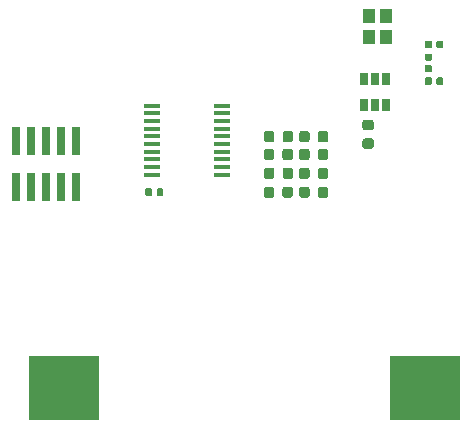
<source format=gbr>
G04 #@! TF.GenerationSoftware,KiCad,Pcbnew,5.1.4-e60b266~84~ubuntu19.04.1*
G04 #@! TF.CreationDate,2019-10-29T11:07:24-05:00*
G04 #@! TF.ProjectId,MillingTest,4d696c6c-696e-4675-9465-73742e6b6963,rev?*
G04 #@! TF.SameCoordinates,Original*
G04 #@! TF.FileFunction,Paste,Top*
G04 #@! TF.FilePolarity,Positive*
%FSLAX46Y46*%
G04 Gerber Fmt 4.6, Leading zero omitted, Abs format (unit mm)*
G04 Created by KiCad (PCBNEW 5.1.4-e60b266~84~ubuntu19.04.1) date 2019-10-29 11:07:24*
%MOMM*%
%LPD*%
G04 APERTURE LIST*
%ADD10C,0.100000*%
%ADD11C,0.875000*%
%ADD12R,1.000000X1.150000*%
%ADD13R,6.000000X5.500000*%
%ADD14R,0.740000X2.400000*%
%ADD15C,0.590000*%
%ADD16R,1.450000X0.450000*%
%ADD17R,0.650000X1.060000*%
G04 APERTURE END LIST*
D10*
G36*
X181365191Y-75026053D02*
G01*
X181386426Y-75029203D01*
X181407250Y-75034419D01*
X181427462Y-75041651D01*
X181446868Y-75050830D01*
X181465281Y-75061866D01*
X181482524Y-75074654D01*
X181498430Y-75089070D01*
X181512846Y-75104976D01*
X181525634Y-75122219D01*
X181536670Y-75140632D01*
X181545849Y-75160038D01*
X181553081Y-75180250D01*
X181558297Y-75201074D01*
X181561447Y-75222309D01*
X181562500Y-75243750D01*
X181562500Y-75756250D01*
X181561447Y-75777691D01*
X181558297Y-75798926D01*
X181553081Y-75819750D01*
X181545849Y-75839962D01*
X181536670Y-75859368D01*
X181525634Y-75877781D01*
X181512846Y-75895024D01*
X181498430Y-75910930D01*
X181482524Y-75925346D01*
X181465281Y-75938134D01*
X181446868Y-75949170D01*
X181427462Y-75958349D01*
X181407250Y-75965581D01*
X181386426Y-75970797D01*
X181365191Y-75973947D01*
X181343750Y-75975000D01*
X180906250Y-75975000D01*
X180884809Y-75973947D01*
X180863574Y-75970797D01*
X180842750Y-75965581D01*
X180822538Y-75958349D01*
X180803132Y-75949170D01*
X180784719Y-75938134D01*
X180767476Y-75925346D01*
X180751570Y-75910930D01*
X180737154Y-75895024D01*
X180724366Y-75877781D01*
X180713330Y-75859368D01*
X180704151Y-75839962D01*
X180696919Y-75819750D01*
X180691703Y-75798926D01*
X180688553Y-75777691D01*
X180687500Y-75756250D01*
X180687500Y-75243750D01*
X180688553Y-75222309D01*
X180691703Y-75201074D01*
X180696919Y-75180250D01*
X180704151Y-75160038D01*
X180713330Y-75140632D01*
X180724366Y-75122219D01*
X180737154Y-75104976D01*
X180751570Y-75089070D01*
X180767476Y-75074654D01*
X180784719Y-75061866D01*
X180803132Y-75050830D01*
X180822538Y-75041651D01*
X180842750Y-75034419D01*
X180863574Y-75029203D01*
X180884809Y-75026053D01*
X180906250Y-75025000D01*
X181343750Y-75025000D01*
X181365191Y-75026053D01*
X181365191Y-75026053D01*
G37*
D11*
X181125000Y-75500000D03*
D10*
G36*
X182940191Y-75026053D02*
G01*
X182961426Y-75029203D01*
X182982250Y-75034419D01*
X183002462Y-75041651D01*
X183021868Y-75050830D01*
X183040281Y-75061866D01*
X183057524Y-75074654D01*
X183073430Y-75089070D01*
X183087846Y-75104976D01*
X183100634Y-75122219D01*
X183111670Y-75140632D01*
X183120849Y-75160038D01*
X183128081Y-75180250D01*
X183133297Y-75201074D01*
X183136447Y-75222309D01*
X183137500Y-75243750D01*
X183137500Y-75756250D01*
X183136447Y-75777691D01*
X183133297Y-75798926D01*
X183128081Y-75819750D01*
X183120849Y-75839962D01*
X183111670Y-75859368D01*
X183100634Y-75877781D01*
X183087846Y-75895024D01*
X183073430Y-75910930D01*
X183057524Y-75925346D01*
X183040281Y-75938134D01*
X183021868Y-75949170D01*
X183002462Y-75958349D01*
X182982250Y-75965581D01*
X182961426Y-75970797D01*
X182940191Y-75973947D01*
X182918750Y-75975000D01*
X182481250Y-75975000D01*
X182459809Y-75973947D01*
X182438574Y-75970797D01*
X182417750Y-75965581D01*
X182397538Y-75958349D01*
X182378132Y-75949170D01*
X182359719Y-75938134D01*
X182342476Y-75925346D01*
X182326570Y-75910930D01*
X182312154Y-75895024D01*
X182299366Y-75877781D01*
X182288330Y-75859368D01*
X182279151Y-75839962D01*
X182271919Y-75819750D01*
X182266703Y-75798926D01*
X182263553Y-75777691D01*
X182262500Y-75756250D01*
X182262500Y-75243750D01*
X182263553Y-75222309D01*
X182266703Y-75201074D01*
X182271919Y-75180250D01*
X182279151Y-75160038D01*
X182288330Y-75140632D01*
X182299366Y-75122219D01*
X182312154Y-75104976D01*
X182326570Y-75089070D01*
X182342476Y-75074654D01*
X182359719Y-75061866D01*
X182378132Y-75050830D01*
X182397538Y-75041651D01*
X182417750Y-75034419D01*
X182438574Y-75029203D01*
X182459809Y-75026053D01*
X182481250Y-75025000D01*
X182918750Y-75025000D01*
X182940191Y-75026053D01*
X182940191Y-75026053D01*
G37*
D11*
X182700000Y-75500000D03*
D10*
G36*
X181352691Y-76526053D02*
G01*
X181373926Y-76529203D01*
X181394750Y-76534419D01*
X181414962Y-76541651D01*
X181434368Y-76550830D01*
X181452781Y-76561866D01*
X181470024Y-76574654D01*
X181485930Y-76589070D01*
X181500346Y-76604976D01*
X181513134Y-76622219D01*
X181524170Y-76640632D01*
X181533349Y-76660038D01*
X181540581Y-76680250D01*
X181545797Y-76701074D01*
X181548947Y-76722309D01*
X181550000Y-76743750D01*
X181550000Y-77256250D01*
X181548947Y-77277691D01*
X181545797Y-77298926D01*
X181540581Y-77319750D01*
X181533349Y-77339962D01*
X181524170Y-77359368D01*
X181513134Y-77377781D01*
X181500346Y-77395024D01*
X181485930Y-77410930D01*
X181470024Y-77425346D01*
X181452781Y-77438134D01*
X181434368Y-77449170D01*
X181414962Y-77458349D01*
X181394750Y-77465581D01*
X181373926Y-77470797D01*
X181352691Y-77473947D01*
X181331250Y-77475000D01*
X180893750Y-77475000D01*
X180872309Y-77473947D01*
X180851074Y-77470797D01*
X180830250Y-77465581D01*
X180810038Y-77458349D01*
X180790632Y-77449170D01*
X180772219Y-77438134D01*
X180754976Y-77425346D01*
X180739070Y-77410930D01*
X180724654Y-77395024D01*
X180711866Y-77377781D01*
X180700830Y-77359368D01*
X180691651Y-77339962D01*
X180684419Y-77319750D01*
X180679203Y-77298926D01*
X180676053Y-77277691D01*
X180675000Y-77256250D01*
X180675000Y-76743750D01*
X180676053Y-76722309D01*
X180679203Y-76701074D01*
X180684419Y-76680250D01*
X180691651Y-76660038D01*
X180700830Y-76640632D01*
X180711866Y-76622219D01*
X180724654Y-76604976D01*
X180739070Y-76589070D01*
X180754976Y-76574654D01*
X180772219Y-76561866D01*
X180790632Y-76550830D01*
X180810038Y-76541651D01*
X180830250Y-76534419D01*
X180851074Y-76529203D01*
X180872309Y-76526053D01*
X180893750Y-76525000D01*
X181331250Y-76525000D01*
X181352691Y-76526053D01*
X181352691Y-76526053D01*
G37*
D11*
X181112500Y-77000000D03*
D10*
G36*
X182927691Y-76526053D02*
G01*
X182948926Y-76529203D01*
X182969750Y-76534419D01*
X182989962Y-76541651D01*
X183009368Y-76550830D01*
X183027781Y-76561866D01*
X183045024Y-76574654D01*
X183060930Y-76589070D01*
X183075346Y-76604976D01*
X183088134Y-76622219D01*
X183099170Y-76640632D01*
X183108349Y-76660038D01*
X183115581Y-76680250D01*
X183120797Y-76701074D01*
X183123947Y-76722309D01*
X183125000Y-76743750D01*
X183125000Y-77256250D01*
X183123947Y-77277691D01*
X183120797Y-77298926D01*
X183115581Y-77319750D01*
X183108349Y-77339962D01*
X183099170Y-77359368D01*
X183088134Y-77377781D01*
X183075346Y-77395024D01*
X183060930Y-77410930D01*
X183045024Y-77425346D01*
X183027781Y-77438134D01*
X183009368Y-77449170D01*
X182989962Y-77458349D01*
X182969750Y-77465581D01*
X182948926Y-77470797D01*
X182927691Y-77473947D01*
X182906250Y-77475000D01*
X182468750Y-77475000D01*
X182447309Y-77473947D01*
X182426074Y-77470797D01*
X182405250Y-77465581D01*
X182385038Y-77458349D01*
X182365632Y-77449170D01*
X182347219Y-77438134D01*
X182329976Y-77425346D01*
X182314070Y-77410930D01*
X182299654Y-77395024D01*
X182286866Y-77377781D01*
X182275830Y-77359368D01*
X182266651Y-77339962D01*
X182259419Y-77319750D01*
X182254203Y-77298926D01*
X182251053Y-77277691D01*
X182250000Y-77256250D01*
X182250000Y-76743750D01*
X182251053Y-76722309D01*
X182254203Y-76701074D01*
X182259419Y-76680250D01*
X182266651Y-76660038D01*
X182275830Y-76640632D01*
X182286866Y-76622219D01*
X182299654Y-76604976D01*
X182314070Y-76589070D01*
X182329976Y-76574654D01*
X182347219Y-76561866D01*
X182365632Y-76550830D01*
X182385038Y-76541651D01*
X182405250Y-76534419D01*
X182426074Y-76529203D01*
X182447309Y-76526053D01*
X182468750Y-76525000D01*
X182906250Y-76525000D01*
X182927691Y-76526053D01*
X182927691Y-76526053D01*
G37*
D11*
X182687500Y-77000000D03*
D10*
G36*
X181365191Y-78126053D02*
G01*
X181386426Y-78129203D01*
X181407250Y-78134419D01*
X181427462Y-78141651D01*
X181446868Y-78150830D01*
X181465281Y-78161866D01*
X181482524Y-78174654D01*
X181498430Y-78189070D01*
X181512846Y-78204976D01*
X181525634Y-78222219D01*
X181536670Y-78240632D01*
X181545849Y-78260038D01*
X181553081Y-78280250D01*
X181558297Y-78301074D01*
X181561447Y-78322309D01*
X181562500Y-78343750D01*
X181562500Y-78856250D01*
X181561447Y-78877691D01*
X181558297Y-78898926D01*
X181553081Y-78919750D01*
X181545849Y-78939962D01*
X181536670Y-78959368D01*
X181525634Y-78977781D01*
X181512846Y-78995024D01*
X181498430Y-79010930D01*
X181482524Y-79025346D01*
X181465281Y-79038134D01*
X181446868Y-79049170D01*
X181427462Y-79058349D01*
X181407250Y-79065581D01*
X181386426Y-79070797D01*
X181365191Y-79073947D01*
X181343750Y-79075000D01*
X180906250Y-79075000D01*
X180884809Y-79073947D01*
X180863574Y-79070797D01*
X180842750Y-79065581D01*
X180822538Y-79058349D01*
X180803132Y-79049170D01*
X180784719Y-79038134D01*
X180767476Y-79025346D01*
X180751570Y-79010930D01*
X180737154Y-78995024D01*
X180724366Y-78977781D01*
X180713330Y-78959368D01*
X180704151Y-78939962D01*
X180696919Y-78919750D01*
X180691703Y-78898926D01*
X180688553Y-78877691D01*
X180687500Y-78856250D01*
X180687500Y-78343750D01*
X180688553Y-78322309D01*
X180691703Y-78301074D01*
X180696919Y-78280250D01*
X180704151Y-78260038D01*
X180713330Y-78240632D01*
X180724366Y-78222219D01*
X180737154Y-78204976D01*
X180751570Y-78189070D01*
X180767476Y-78174654D01*
X180784719Y-78161866D01*
X180803132Y-78150830D01*
X180822538Y-78141651D01*
X180842750Y-78134419D01*
X180863574Y-78129203D01*
X180884809Y-78126053D01*
X180906250Y-78125000D01*
X181343750Y-78125000D01*
X181365191Y-78126053D01*
X181365191Y-78126053D01*
G37*
D11*
X181125000Y-78600000D03*
D10*
G36*
X182940191Y-78126053D02*
G01*
X182961426Y-78129203D01*
X182982250Y-78134419D01*
X183002462Y-78141651D01*
X183021868Y-78150830D01*
X183040281Y-78161866D01*
X183057524Y-78174654D01*
X183073430Y-78189070D01*
X183087846Y-78204976D01*
X183100634Y-78222219D01*
X183111670Y-78240632D01*
X183120849Y-78260038D01*
X183128081Y-78280250D01*
X183133297Y-78301074D01*
X183136447Y-78322309D01*
X183137500Y-78343750D01*
X183137500Y-78856250D01*
X183136447Y-78877691D01*
X183133297Y-78898926D01*
X183128081Y-78919750D01*
X183120849Y-78939962D01*
X183111670Y-78959368D01*
X183100634Y-78977781D01*
X183087846Y-78995024D01*
X183073430Y-79010930D01*
X183057524Y-79025346D01*
X183040281Y-79038134D01*
X183021868Y-79049170D01*
X183002462Y-79058349D01*
X182982250Y-79065581D01*
X182961426Y-79070797D01*
X182940191Y-79073947D01*
X182918750Y-79075000D01*
X182481250Y-79075000D01*
X182459809Y-79073947D01*
X182438574Y-79070797D01*
X182417750Y-79065581D01*
X182397538Y-79058349D01*
X182378132Y-79049170D01*
X182359719Y-79038134D01*
X182342476Y-79025346D01*
X182326570Y-79010930D01*
X182312154Y-78995024D01*
X182299366Y-78977781D01*
X182288330Y-78959368D01*
X182279151Y-78939962D01*
X182271919Y-78919750D01*
X182266703Y-78898926D01*
X182263553Y-78877691D01*
X182262500Y-78856250D01*
X182262500Y-78343750D01*
X182263553Y-78322309D01*
X182266703Y-78301074D01*
X182271919Y-78280250D01*
X182279151Y-78260038D01*
X182288330Y-78240632D01*
X182299366Y-78222219D01*
X182312154Y-78204976D01*
X182326570Y-78189070D01*
X182342476Y-78174654D01*
X182359719Y-78161866D01*
X182378132Y-78150830D01*
X182397538Y-78141651D01*
X182417750Y-78134419D01*
X182438574Y-78129203D01*
X182459809Y-78126053D01*
X182481250Y-78125000D01*
X182918750Y-78125000D01*
X182940191Y-78126053D01*
X182940191Y-78126053D01*
G37*
D11*
X182700000Y-78600000D03*
D10*
G36*
X181352691Y-79726053D02*
G01*
X181373926Y-79729203D01*
X181394750Y-79734419D01*
X181414962Y-79741651D01*
X181434368Y-79750830D01*
X181452781Y-79761866D01*
X181470024Y-79774654D01*
X181485930Y-79789070D01*
X181500346Y-79804976D01*
X181513134Y-79822219D01*
X181524170Y-79840632D01*
X181533349Y-79860038D01*
X181540581Y-79880250D01*
X181545797Y-79901074D01*
X181548947Y-79922309D01*
X181550000Y-79943750D01*
X181550000Y-80456250D01*
X181548947Y-80477691D01*
X181545797Y-80498926D01*
X181540581Y-80519750D01*
X181533349Y-80539962D01*
X181524170Y-80559368D01*
X181513134Y-80577781D01*
X181500346Y-80595024D01*
X181485930Y-80610930D01*
X181470024Y-80625346D01*
X181452781Y-80638134D01*
X181434368Y-80649170D01*
X181414962Y-80658349D01*
X181394750Y-80665581D01*
X181373926Y-80670797D01*
X181352691Y-80673947D01*
X181331250Y-80675000D01*
X180893750Y-80675000D01*
X180872309Y-80673947D01*
X180851074Y-80670797D01*
X180830250Y-80665581D01*
X180810038Y-80658349D01*
X180790632Y-80649170D01*
X180772219Y-80638134D01*
X180754976Y-80625346D01*
X180739070Y-80610930D01*
X180724654Y-80595024D01*
X180711866Y-80577781D01*
X180700830Y-80559368D01*
X180691651Y-80539962D01*
X180684419Y-80519750D01*
X180679203Y-80498926D01*
X180676053Y-80477691D01*
X180675000Y-80456250D01*
X180675000Y-79943750D01*
X180676053Y-79922309D01*
X180679203Y-79901074D01*
X180684419Y-79880250D01*
X180691651Y-79860038D01*
X180700830Y-79840632D01*
X180711866Y-79822219D01*
X180724654Y-79804976D01*
X180739070Y-79789070D01*
X180754976Y-79774654D01*
X180772219Y-79761866D01*
X180790632Y-79750830D01*
X180810038Y-79741651D01*
X180830250Y-79734419D01*
X180851074Y-79729203D01*
X180872309Y-79726053D01*
X180893750Y-79725000D01*
X181331250Y-79725000D01*
X181352691Y-79726053D01*
X181352691Y-79726053D01*
G37*
D11*
X181112500Y-80200000D03*
D10*
G36*
X182927691Y-79726053D02*
G01*
X182948926Y-79729203D01*
X182969750Y-79734419D01*
X182989962Y-79741651D01*
X183009368Y-79750830D01*
X183027781Y-79761866D01*
X183045024Y-79774654D01*
X183060930Y-79789070D01*
X183075346Y-79804976D01*
X183088134Y-79822219D01*
X183099170Y-79840632D01*
X183108349Y-79860038D01*
X183115581Y-79880250D01*
X183120797Y-79901074D01*
X183123947Y-79922309D01*
X183125000Y-79943750D01*
X183125000Y-80456250D01*
X183123947Y-80477691D01*
X183120797Y-80498926D01*
X183115581Y-80519750D01*
X183108349Y-80539962D01*
X183099170Y-80559368D01*
X183088134Y-80577781D01*
X183075346Y-80595024D01*
X183060930Y-80610930D01*
X183045024Y-80625346D01*
X183027781Y-80638134D01*
X183009368Y-80649170D01*
X182989962Y-80658349D01*
X182969750Y-80665581D01*
X182948926Y-80670797D01*
X182927691Y-80673947D01*
X182906250Y-80675000D01*
X182468750Y-80675000D01*
X182447309Y-80673947D01*
X182426074Y-80670797D01*
X182405250Y-80665581D01*
X182385038Y-80658349D01*
X182365632Y-80649170D01*
X182347219Y-80638134D01*
X182329976Y-80625346D01*
X182314070Y-80610930D01*
X182299654Y-80595024D01*
X182286866Y-80577781D01*
X182275830Y-80559368D01*
X182266651Y-80539962D01*
X182259419Y-80519750D01*
X182254203Y-80498926D01*
X182251053Y-80477691D01*
X182250000Y-80456250D01*
X182250000Y-79943750D01*
X182251053Y-79922309D01*
X182254203Y-79901074D01*
X182259419Y-79880250D01*
X182266651Y-79860038D01*
X182275830Y-79840632D01*
X182286866Y-79822219D01*
X182299654Y-79804976D01*
X182314070Y-79789070D01*
X182329976Y-79774654D01*
X182347219Y-79761866D01*
X182365632Y-79750830D01*
X182385038Y-79741651D01*
X182405250Y-79734419D01*
X182426074Y-79729203D01*
X182447309Y-79726053D01*
X182468750Y-79725000D01*
X182906250Y-79725000D01*
X182927691Y-79726053D01*
X182927691Y-79726053D01*
G37*
D11*
X182687500Y-80200000D03*
D10*
G36*
X185927691Y-75026053D02*
G01*
X185948926Y-75029203D01*
X185969750Y-75034419D01*
X185989962Y-75041651D01*
X186009368Y-75050830D01*
X186027781Y-75061866D01*
X186045024Y-75074654D01*
X186060930Y-75089070D01*
X186075346Y-75104976D01*
X186088134Y-75122219D01*
X186099170Y-75140632D01*
X186108349Y-75160038D01*
X186115581Y-75180250D01*
X186120797Y-75201074D01*
X186123947Y-75222309D01*
X186125000Y-75243750D01*
X186125000Y-75756250D01*
X186123947Y-75777691D01*
X186120797Y-75798926D01*
X186115581Y-75819750D01*
X186108349Y-75839962D01*
X186099170Y-75859368D01*
X186088134Y-75877781D01*
X186075346Y-75895024D01*
X186060930Y-75910930D01*
X186045024Y-75925346D01*
X186027781Y-75938134D01*
X186009368Y-75949170D01*
X185989962Y-75958349D01*
X185969750Y-75965581D01*
X185948926Y-75970797D01*
X185927691Y-75973947D01*
X185906250Y-75975000D01*
X185468750Y-75975000D01*
X185447309Y-75973947D01*
X185426074Y-75970797D01*
X185405250Y-75965581D01*
X185385038Y-75958349D01*
X185365632Y-75949170D01*
X185347219Y-75938134D01*
X185329976Y-75925346D01*
X185314070Y-75910930D01*
X185299654Y-75895024D01*
X185286866Y-75877781D01*
X185275830Y-75859368D01*
X185266651Y-75839962D01*
X185259419Y-75819750D01*
X185254203Y-75798926D01*
X185251053Y-75777691D01*
X185250000Y-75756250D01*
X185250000Y-75243750D01*
X185251053Y-75222309D01*
X185254203Y-75201074D01*
X185259419Y-75180250D01*
X185266651Y-75160038D01*
X185275830Y-75140632D01*
X185286866Y-75122219D01*
X185299654Y-75104976D01*
X185314070Y-75089070D01*
X185329976Y-75074654D01*
X185347219Y-75061866D01*
X185365632Y-75050830D01*
X185385038Y-75041651D01*
X185405250Y-75034419D01*
X185426074Y-75029203D01*
X185447309Y-75026053D01*
X185468750Y-75025000D01*
X185906250Y-75025000D01*
X185927691Y-75026053D01*
X185927691Y-75026053D01*
G37*
D11*
X185687500Y-75500000D03*
D10*
G36*
X184352691Y-75026053D02*
G01*
X184373926Y-75029203D01*
X184394750Y-75034419D01*
X184414962Y-75041651D01*
X184434368Y-75050830D01*
X184452781Y-75061866D01*
X184470024Y-75074654D01*
X184485930Y-75089070D01*
X184500346Y-75104976D01*
X184513134Y-75122219D01*
X184524170Y-75140632D01*
X184533349Y-75160038D01*
X184540581Y-75180250D01*
X184545797Y-75201074D01*
X184548947Y-75222309D01*
X184550000Y-75243750D01*
X184550000Y-75756250D01*
X184548947Y-75777691D01*
X184545797Y-75798926D01*
X184540581Y-75819750D01*
X184533349Y-75839962D01*
X184524170Y-75859368D01*
X184513134Y-75877781D01*
X184500346Y-75895024D01*
X184485930Y-75910930D01*
X184470024Y-75925346D01*
X184452781Y-75938134D01*
X184434368Y-75949170D01*
X184414962Y-75958349D01*
X184394750Y-75965581D01*
X184373926Y-75970797D01*
X184352691Y-75973947D01*
X184331250Y-75975000D01*
X183893750Y-75975000D01*
X183872309Y-75973947D01*
X183851074Y-75970797D01*
X183830250Y-75965581D01*
X183810038Y-75958349D01*
X183790632Y-75949170D01*
X183772219Y-75938134D01*
X183754976Y-75925346D01*
X183739070Y-75910930D01*
X183724654Y-75895024D01*
X183711866Y-75877781D01*
X183700830Y-75859368D01*
X183691651Y-75839962D01*
X183684419Y-75819750D01*
X183679203Y-75798926D01*
X183676053Y-75777691D01*
X183675000Y-75756250D01*
X183675000Y-75243750D01*
X183676053Y-75222309D01*
X183679203Y-75201074D01*
X183684419Y-75180250D01*
X183691651Y-75160038D01*
X183700830Y-75140632D01*
X183711866Y-75122219D01*
X183724654Y-75104976D01*
X183739070Y-75089070D01*
X183754976Y-75074654D01*
X183772219Y-75061866D01*
X183790632Y-75050830D01*
X183810038Y-75041651D01*
X183830250Y-75034419D01*
X183851074Y-75029203D01*
X183872309Y-75026053D01*
X183893750Y-75025000D01*
X184331250Y-75025000D01*
X184352691Y-75026053D01*
X184352691Y-75026053D01*
G37*
D11*
X184112500Y-75500000D03*
D10*
G36*
X185927691Y-76526053D02*
G01*
X185948926Y-76529203D01*
X185969750Y-76534419D01*
X185989962Y-76541651D01*
X186009368Y-76550830D01*
X186027781Y-76561866D01*
X186045024Y-76574654D01*
X186060930Y-76589070D01*
X186075346Y-76604976D01*
X186088134Y-76622219D01*
X186099170Y-76640632D01*
X186108349Y-76660038D01*
X186115581Y-76680250D01*
X186120797Y-76701074D01*
X186123947Y-76722309D01*
X186125000Y-76743750D01*
X186125000Y-77256250D01*
X186123947Y-77277691D01*
X186120797Y-77298926D01*
X186115581Y-77319750D01*
X186108349Y-77339962D01*
X186099170Y-77359368D01*
X186088134Y-77377781D01*
X186075346Y-77395024D01*
X186060930Y-77410930D01*
X186045024Y-77425346D01*
X186027781Y-77438134D01*
X186009368Y-77449170D01*
X185989962Y-77458349D01*
X185969750Y-77465581D01*
X185948926Y-77470797D01*
X185927691Y-77473947D01*
X185906250Y-77475000D01*
X185468750Y-77475000D01*
X185447309Y-77473947D01*
X185426074Y-77470797D01*
X185405250Y-77465581D01*
X185385038Y-77458349D01*
X185365632Y-77449170D01*
X185347219Y-77438134D01*
X185329976Y-77425346D01*
X185314070Y-77410930D01*
X185299654Y-77395024D01*
X185286866Y-77377781D01*
X185275830Y-77359368D01*
X185266651Y-77339962D01*
X185259419Y-77319750D01*
X185254203Y-77298926D01*
X185251053Y-77277691D01*
X185250000Y-77256250D01*
X185250000Y-76743750D01*
X185251053Y-76722309D01*
X185254203Y-76701074D01*
X185259419Y-76680250D01*
X185266651Y-76660038D01*
X185275830Y-76640632D01*
X185286866Y-76622219D01*
X185299654Y-76604976D01*
X185314070Y-76589070D01*
X185329976Y-76574654D01*
X185347219Y-76561866D01*
X185365632Y-76550830D01*
X185385038Y-76541651D01*
X185405250Y-76534419D01*
X185426074Y-76529203D01*
X185447309Y-76526053D01*
X185468750Y-76525000D01*
X185906250Y-76525000D01*
X185927691Y-76526053D01*
X185927691Y-76526053D01*
G37*
D11*
X185687500Y-77000000D03*
D10*
G36*
X184352691Y-76526053D02*
G01*
X184373926Y-76529203D01*
X184394750Y-76534419D01*
X184414962Y-76541651D01*
X184434368Y-76550830D01*
X184452781Y-76561866D01*
X184470024Y-76574654D01*
X184485930Y-76589070D01*
X184500346Y-76604976D01*
X184513134Y-76622219D01*
X184524170Y-76640632D01*
X184533349Y-76660038D01*
X184540581Y-76680250D01*
X184545797Y-76701074D01*
X184548947Y-76722309D01*
X184550000Y-76743750D01*
X184550000Y-77256250D01*
X184548947Y-77277691D01*
X184545797Y-77298926D01*
X184540581Y-77319750D01*
X184533349Y-77339962D01*
X184524170Y-77359368D01*
X184513134Y-77377781D01*
X184500346Y-77395024D01*
X184485930Y-77410930D01*
X184470024Y-77425346D01*
X184452781Y-77438134D01*
X184434368Y-77449170D01*
X184414962Y-77458349D01*
X184394750Y-77465581D01*
X184373926Y-77470797D01*
X184352691Y-77473947D01*
X184331250Y-77475000D01*
X183893750Y-77475000D01*
X183872309Y-77473947D01*
X183851074Y-77470797D01*
X183830250Y-77465581D01*
X183810038Y-77458349D01*
X183790632Y-77449170D01*
X183772219Y-77438134D01*
X183754976Y-77425346D01*
X183739070Y-77410930D01*
X183724654Y-77395024D01*
X183711866Y-77377781D01*
X183700830Y-77359368D01*
X183691651Y-77339962D01*
X183684419Y-77319750D01*
X183679203Y-77298926D01*
X183676053Y-77277691D01*
X183675000Y-77256250D01*
X183675000Y-76743750D01*
X183676053Y-76722309D01*
X183679203Y-76701074D01*
X183684419Y-76680250D01*
X183691651Y-76660038D01*
X183700830Y-76640632D01*
X183711866Y-76622219D01*
X183724654Y-76604976D01*
X183739070Y-76589070D01*
X183754976Y-76574654D01*
X183772219Y-76561866D01*
X183790632Y-76550830D01*
X183810038Y-76541651D01*
X183830250Y-76534419D01*
X183851074Y-76529203D01*
X183872309Y-76526053D01*
X183893750Y-76525000D01*
X184331250Y-76525000D01*
X184352691Y-76526053D01*
X184352691Y-76526053D01*
G37*
D11*
X184112500Y-77000000D03*
D10*
G36*
X185927691Y-78126053D02*
G01*
X185948926Y-78129203D01*
X185969750Y-78134419D01*
X185989962Y-78141651D01*
X186009368Y-78150830D01*
X186027781Y-78161866D01*
X186045024Y-78174654D01*
X186060930Y-78189070D01*
X186075346Y-78204976D01*
X186088134Y-78222219D01*
X186099170Y-78240632D01*
X186108349Y-78260038D01*
X186115581Y-78280250D01*
X186120797Y-78301074D01*
X186123947Y-78322309D01*
X186125000Y-78343750D01*
X186125000Y-78856250D01*
X186123947Y-78877691D01*
X186120797Y-78898926D01*
X186115581Y-78919750D01*
X186108349Y-78939962D01*
X186099170Y-78959368D01*
X186088134Y-78977781D01*
X186075346Y-78995024D01*
X186060930Y-79010930D01*
X186045024Y-79025346D01*
X186027781Y-79038134D01*
X186009368Y-79049170D01*
X185989962Y-79058349D01*
X185969750Y-79065581D01*
X185948926Y-79070797D01*
X185927691Y-79073947D01*
X185906250Y-79075000D01*
X185468750Y-79075000D01*
X185447309Y-79073947D01*
X185426074Y-79070797D01*
X185405250Y-79065581D01*
X185385038Y-79058349D01*
X185365632Y-79049170D01*
X185347219Y-79038134D01*
X185329976Y-79025346D01*
X185314070Y-79010930D01*
X185299654Y-78995024D01*
X185286866Y-78977781D01*
X185275830Y-78959368D01*
X185266651Y-78939962D01*
X185259419Y-78919750D01*
X185254203Y-78898926D01*
X185251053Y-78877691D01*
X185250000Y-78856250D01*
X185250000Y-78343750D01*
X185251053Y-78322309D01*
X185254203Y-78301074D01*
X185259419Y-78280250D01*
X185266651Y-78260038D01*
X185275830Y-78240632D01*
X185286866Y-78222219D01*
X185299654Y-78204976D01*
X185314070Y-78189070D01*
X185329976Y-78174654D01*
X185347219Y-78161866D01*
X185365632Y-78150830D01*
X185385038Y-78141651D01*
X185405250Y-78134419D01*
X185426074Y-78129203D01*
X185447309Y-78126053D01*
X185468750Y-78125000D01*
X185906250Y-78125000D01*
X185927691Y-78126053D01*
X185927691Y-78126053D01*
G37*
D11*
X185687500Y-78600000D03*
D10*
G36*
X184352691Y-78126053D02*
G01*
X184373926Y-78129203D01*
X184394750Y-78134419D01*
X184414962Y-78141651D01*
X184434368Y-78150830D01*
X184452781Y-78161866D01*
X184470024Y-78174654D01*
X184485930Y-78189070D01*
X184500346Y-78204976D01*
X184513134Y-78222219D01*
X184524170Y-78240632D01*
X184533349Y-78260038D01*
X184540581Y-78280250D01*
X184545797Y-78301074D01*
X184548947Y-78322309D01*
X184550000Y-78343750D01*
X184550000Y-78856250D01*
X184548947Y-78877691D01*
X184545797Y-78898926D01*
X184540581Y-78919750D01*
X184533349Y-78939962D01*
X184524170Y-78959368D01*
X184513134Y-78977781D01*
X184500346Y-78995024D01*
X184485930Y-79010930D01*
X184470024Y-79025346D01*
X184452781Y-79038134D01*
X184434368Y-79049170D01*
X184414962Y-79058349D01*
X184394750Y-79065581D01*
X184373926Y-79070797D01*
X184352691Y-79073947D01*
X184331250Y-79075000D01*
X183893750Y-79075000D01*
X183872309Y-79073947D01*
X183851074Y-79070797D01*
X183830250Y-79065581D01*
X183810038Y-79058349D01*
X183790632Y-79049170D01*
X183772219Y-79038134D01*
X183754976Y-79025346D01*
X183739070Y-79010930D01*
X183724654Y-78995024D01*
X183711866Y-78977781D01*
X183700830Y-78959368D01*
X183691651Y-78939962D01*
X183684419Y-78919750D01*
X183679203Y-78898926D01*
X183676053Y-78877691D01*
X183675000Y-78856250D01*
X183675000Y-78343750D01*
X183676053Y-78322309D01*
X183679203Y-78301074D01*
X183684419Y-78280250D01*
X183691651Y-78260038D01*
X183700830Y-78240632D01*
X183711866Y-78222219D01*
X183724654Y-78204976D01*
X183739070Y-78189070D01*
X183754976Y-78174654D01*
X183772219Y-78161866D01*
X183790632Y-78150830D01*
X183810038Y-78141651D01*
X183830250Y-78134419D01*
X183851074Y-78129203D01*
X183872309Y-78126053D01*
X183893750Y-78125000D01*
X184331250Y-78125000D01*
X184352691Y-78126053D01*
X184352691Y-78126053D01*
G37*
D11*
X184112500Y-78600000D03*
D10*
G36*
X185927691Y-79726053D02*
G01*
X185948926Y-79729203D01*
X185969750Y-79734419D01*
X185989962Y-79741651D01*
X186009368Y-79750830D01*
X186027781Y-79761866D01*
X186045024Y-79774654D01*
X186060930Y-79789070D01*
X186075346Y-79804976D01*
X186088134Y-79822219D01*
X186099170Y-79840632D01*
X186108349Y-79860038D01*
X186115581Y-79880250D01*
X186120797Y-79901074D01*
X186123947Y-79922309D01*
X186125000Y-79943750D01*
X186125000Y-80456250D01*
X186123947Y-80477691D01*
X186120797Y-80498926D01*
X186115581Y-80519750D01*
X186108349Y-80539962D01*
X186099170Y-80559368D01*
X186088134Y-80577781D01*
X186075346Y-80595024D01*
X186060930Y-80610930D01*
X186045024Y-80625346D01*
X186027781Y-80638134D01*
X186009368Y-80649170D01*
X185989962Y-80658349D01*
X185969750Y-80665581D01*
X185948926Y-80670797D01*
X185927691Y-80673947D01*
X185906250Y-80675000D01*
X185468750Y-80675000D01*
X185447309Y-80673947D01*
X185426074Y-80670797D01*
X185405250Y-80665581D01*
X185385038Y-80658349D01*
X185365632Y-80649170D01*
X185347219Y-80638134D01*
X185329976Y-80625346D01*
X185314070Y-80610930D01*
X185299654Y-80595024D01*
X185286866Y-80577781D01*
X185275830Y-80559368D01*
X185266651Y-80539962D01*
X185259419Y-80519750D01*
X185254203Y-80498926D01*
X185251053Y-80477691D01*
X185250000Y-80456250D01*
X185250000Y-79943750D01*
X185251053Y-79922309D01*
X185254203Y-79901074D01*
X185259419Y-79880250D01*
X185266651Y-79860038D01*
X185275830Y-79840632D01*
X185286866Y-79822219D01*
X185299654Y-79804976D01*
X185314070Y-79789070D01*
X185329976Y-79774654D01*
X185347219Y-79761866D01*
X185365632Y-79750830D01*
X185385038Y-79741651D01*
X185405250Y-79734419D01*
X185426074Y-79729203D01*
X185447309Y-79726053D01*
X185468750Y-79725000D01*
X185906250Y-79725000D01*
X185927691Y-79726053D01*
X185927691Y-79726053D01*
G37*
D11*
X185687500Y-80200000D03*
D10*
G36*
X184352691Y-79726053D02*
G01*
X184373926Y-79729203D01*
X184394750Y-79734419D01*
X184414962Y-79741651D01*
X184434368Y-79750830D01*
X184452781Y-79761866D01*
X184470024Y-79774654D01*
X184485930Y-79789070D01*
X184500346Y-79804976D01*
X184513134Y-79822219D01*
X184524170Y-79840632D01*
X184533349Y-79860038D01*
X184540581Y-79880250D01*
X184545797Y-79901074D01*
X184548947Y-79922309D01*
X184550000Y-79943750D01*
X184550000Y-80456250D01*
X184548947Y-80477691D01*
X184545797Y-80498926D01*
X184540581Y-80519750D01*
X184533349Y-80539962D01*
X184524170Y-80559368D01*
X184513134Y-80577781D01*
X184500346Y-80595024D01*
X184485930Y-80610930D01*
X184470024Y-80625346D01*
X184452781Y-80638134D01*
X184434368Y-80649170D01*
X184414962Y-80658349D01*
X184394750Y-80665581D01*
X184373926Y-80670797D01*
X184352691Y-80673947D01*
X184331250Y-80675000D01*
X183893750Y-80675000D01*
X183872309Y-80673947D01*
X183851074Y-80670797D01*
X183830250Y-80665581D01*
X183810038Y-80658349D01*
X183790632Y-80649170D01*
X183772219Y-80638134D01*
X183754976Y-80625346D01*
X183739070Y-80610930D01*
X183724654Y-80595024D01*
X183711866Y-80577781D01*
X183700830Y-80559368D01*
X183691651Y-80539962D01*
X183684419Y-80519750D01*
X183679203Y-80498926D01*
X183676053Y-80477691D01*
X183675000Y-80456250D01*
X183675000Y-79943750D01*
X183676053Y-79922309D01*
X183679203Y-79901074D01*
X183684419Y-79880250D01*
X183691651Y-79860038D01*
X183700830Y-79840632D01*
X183711866Y-79822219D01*
X183724654Y-79804976D01*
X183739070Y-79789070D01*
X183754976Y-79774654D01*
X183772219Y-79761866D01*
X183790632Y-79750830D01*
X183810038Y-79741651D01*
X183830250Y-79734419D01*
X183851074Y-79729203D01*
X183872309Y-79726053D01*
X183893750Y-79725000D01*
X184331250Y-79725000D01*
X184352691Y-79726053D01*
X184352691Y-79726053D01*
G37*
D11*
X184112500Y-80200000D03*
D12*
X189600000Y-67075000D03*
X189600000Y-65325000D03*
X191000000Y-65325000D03*
X191000000Y-67075000D03*
D13*
X194320000Y-96800000D03*
X163720000Y-96800000D03*
D14*
X164740000Y-75850000D03*
X164740000Y-79750000D03*
X163470000Y-75850000D03*
X163470000Y-79750000D03*
X162200000Y-75850000D03*
X162200000Y-79750000D03*
X160930000Y-75850000D03*
X160930000Y-79750000D03*
X159660000Y-75850000D03*
X159660000Y-79750000D03*
D10*
G36*
X194786958Y-68470710D02*
G01*
X194801276Y-68472834D01*
X194815317Y-68476351D01*
X194828946Y-68481228D01*
X194842031Y-68487417D01*
X194854447Y-68494858D01*
X194866073Y-68503481D01*
X194876798Y-68513202D01*
X194886519Y-68523927D01*
X194895142Y-68535553D01*
X194902583Y-68547969D01*
X194908772Y-68561054D01*
X194913649Y-68574683D01*
X194917166Y-68588724D01*
X194919290Y-68603042D01*
X194920000Y-68617500D01*
X194920000Y-68912500D01*
X194919290Y-68926958D01*
X194917166Y-68941276D01*
X194913649Y-68955317D01*
X194908772Y-68968946D01*
X194902583Y-68982031D01*
X194895142Y-68994447D01*
X194886519Y-69006073D01*
X194876798Y-69016798D01*
X194866073Y-69026519D01*
X194854447Y-69035142D01*
X194842031Y-69042583D01*
X194828946Y-69048772D01*
X194815317Y-69053649D01*
X194801276Y-69057166D01*
X194786958Y-69059290D01*
X194772500Y-69060000D01*
X194427500Y-69060000D01*
X194413042Y-69059290D01*
X194398724Y-69057166D01*
X194384683Y-69053649D01*
X194371054Y-69048772D01*
X194357969Y-69042583D01*
X194345553Y-69035142D01*
X194333927Y-69026519D01*
X194323202Y-69016798D01*
X194313481Y-69006073D01*
X194304858Y-68994447D01*
X194297417Y-68982031D01*
X194291228Y-68968946D01*
X194286351Y-68955317D01*
X194282834Y-68941276D01*
X194280710Y-68926958D01*
X194280000Y-68912500D01*
X194280000Y-68617500D01*
X194280710Y-68603042D01*
X194282834Y-68588724D01*
X194286351Y-68574683D01*
X194291228Y-68561054D01*
X194297417Y-68547969D01*
X194304858Y-68535553D01*
X194313481Y-68523927D01*
X194323202Y-68513202D01*
X194333927Y-68503481D01*
X194345553Y-68494858D01*
X194357969Y-68487417D01*
X194371054Y-68481228D01*
X194384683Y-68476351D01*
X194398724Y-68472834D01*
X194413042Y-68470710D01*
X194427500Y-68470000D01*
X194772500Y-68470000D01*
X194786958Y-68470710D01*
X194786958Y-68470710D01*
G37*
D15*
X194600000Y-68765000D03*
D10*
G36*
X194786958Y-69440710D02*
G01*
X194801276Y-69442834D01*
X194815317Y-69446351D01*
X194828946Y-69451228D01*
X194842031Y-69457417D01*
X194854447Y-69464858D01*
X194866073Y-69473481D01*
X194876798Y-69483202D01*
X194886519Y-69493927D01*
X194895142Y-69505553D01*
X194902583Y-69517969D01*
X194908772Y-69531054D01*
X194913649Y-69544683D01*
X194917166Y-69558724D01*
X194919290Y-69573042D01*
X194920000Y-69587500D01*
X194920000Y-69882500D01*
X194919290Y-69896958D01*
X194917166Y-69911276D01*
X194913649Y-69925317D01*
X194908772Y-69938946D01*
X194902583Y-69952031D01*
X194895142Y-69964447D01*
X194886519Y-69976073D01*
X194876798Y-69986798D01*
X194866073Y-69996519D01*
X194854447Y-70005142D01*
X194842031Y-70012583D01*
X194828946Y-70018772D01*
X194815317Y-70023649D01*
X194801276Y-70027166D01*
X194786958Y-70029290D01*
X194772500Y-70030000D01*
X194427500Y-70030000D01*
X194413042Y-70029290D01*
X194398724Y-70027166D01*
X194384683Y-70023649D01*
X194371054Y-70018772D01*
X194357969Y-70012583D01*
X194345553Y-70005142D01*
X194333927Y-69996519D01*
X194323202Y-69986798D01*
X194313481Y-69976073D01*
X194304858Y-69964447D01*
X194297417Y-69952031D01*
X194291228Y-69938946D01*
X194286351Y-69925317D01*
X194282834Y-69911276D01*
X194280710Y-69896958D01*
X194280000Y-69882500D01*
X194280000Y-69587500D01*
X194280710Y-69573042D01*
X194282834Y-69558724D01*
X194286351Y-69544683D01*
X194291228Y-69531054D01*
X194297417Y-69517969D01*
X194304858Y-69505553D01*
X194313481Y-69493927D01*
X194323202Y-69483202D01*
X194333927Y-69473481D01*
X194345553Y-69464858D01*
X194357969Y-69457417D01*
X194371054Y-69451228D01*
X194384683Y-69446351D01*
X194398724Y-69442834D01*
X194413042Y-69440710D01*
X194427500Y-69440000D01*
X194772500Y-69440000D01*
X194786958Y-69440710D01*
X194786958Y-69440710D01*
G37*
D15*
X194600000Y-69735000D03*
D10*
G36*
X195746958Y-67380710D02*
G01*
X195761276Y-67382834D01*
X195775317Y-67386351D01*
X195788946Y-67391228D01*
X195802031Y-67397417D01*
X195814447Y-67404858D01*
X195826073Y-67413481D01*
X195836798Y-67423202D01*
X195846519Y-67433927D01*
X195855142Y-67445553D01*
X195862583Y-67457969D01*
X195868772Y-67471054D01*
X195873649Y-67484683D01*
X195877166Y-67498724D01*
X195879290Y-67513042D01*
X195880000Y-67527500D01*
X195880000Y-67872500D01*
X195879290Y-67886958D01*
X195877166Y-67901276D01*
X195873649Y-67915317D01*
X195868772Y-67928946D01*
X195862583Y-67942031D01*
X195855142Y-67954447D01*
X195846519Y-67966073D01*
X195836798Y-67976798D01*
X195826073Y-67986519D01*
X195814447Y-67995142D01*
X195802031Y-68002583D01*
X195788946Y-68008772D01*
X195775317Y-68013649D01*
X195761276Y-68017166D01*
X195746958Y-68019290D01*
X195732500Y-68020000D01*
X195437500Y-68020000D01*
X195423042Y-68019290D01*
X195408724Y-68017166D01*
X195394683Y-68013649D01*
X195381054Y-68008772D01*
X195367969Y-68002583D01*
X195355553Y-67995142D01*
X195343927Y-67986519D01*
X195333202Y-67976798D01*
X195323481Y-67966073D01*
X195314858Y-67954447D01*
X195307417Y-67942031D01*
X195301228Y-67928946D01*
X195296351Y-67915317D01*
X195292834Y-67901276D01*
X195290710Y-67886958D01*
X195290000Y-67872500D01*
X195290000Y-67527500D01*
X195290710Y-67513042D01*
X195292834Y-67498724D01*
X195296351Y-67484683D01*
X195301228Y-67471054D01*
X195307417Y-67457969D01*
X195314858Y-67445553D01*
X195323481Y-67433927D01*
X195333202Y-67423202D01*
X195343927Y-67413481D01*
X195355553Y-67404858D01*
X195367969Y-67397417D01*
X195381054Y-67391228D01*
X195394683Y-67386351D01*
X195408724Y-67382834D01*
X195423042Y-67380710D01*
X195437500Y-67380000D01*
X195732500Y-67380000D01*
X195746958Y-67380710D01*
X195746958Y-67380710D01*
G37*
D15*
X195585000Y-67700000D03*
D10*
G36*
X194776958Y-67380710D02*
G01*
X194791276Y-67382834D01*
X194805317Y-67386351D01*
X194818946Y-67391228D01*
X194832031Y-67397417D01*
X194844447Y-67404858D01*
X194856073Y-67413481D01*
X194866798Y-67423202D01*
X194876519Y-67433927D01*
X194885142Y-67445553D01*
X194892583Y-67457969D01*
X194898772Y-67471054D01*
X194903649Y-67484683D01*
X194907166Y-67498724D01*
X194909290Y-67513042D01*
X194910000Y-67527500D01*
X194910000Y-67872500D01*
X194909290Y-67886958D01*
X194907166Y-67901276D01*
X194903649Y-67915317D01*
X194898772Y-67928946D01*
X194892583Y-67942031D01*
X194885142Y-67954447D01*
X194876519Y-67966073D01*
X194866798Y-67976798D01*
X194856073Y-67986519D01*
X194844447Y-67995142D01*
X194832031Y-68002583D01*
X194818946Y-68008772D01*
X194805317Y-68013649D01*
X194791276Y-68017166D01*
X194776958Y-68019290D01*
X194762500Y-68020000D01*
X194467500Y-68020000D01*
X194453042Y-68019290D01*
X194438724Y-68017166D01*
X194424683Y-68013649D01*
X194411054Y-68008772D01*
X194397969Y-68002583D01*
X194385553Y-67995142D01*
X194373927Y-67986519D01*
X194363202Y-67976798D01*
X194353481Y-67966073D01*
X194344858Y-67954447D01*
X194337417Y-67942031D01*
X194331228Y-67928946D01*
X194326351Y-67915317D01*
X194322834Y-67901276D01*
X194320710Y-67886958D01*
X194320000Y-67872500D01*
X194320000Y-67527500D01*
X194320710Y-67513042D01*
X194322834Y-67498724D01*
X194326351Y-67484683D01*
X194331228Y-67471054D01*
X194337417Y-67457969D01*
X194344858Y-67445553D01*
X194353481Y-67433927D01*
X194363202Y-67423202D01*
X194373927Y-67413481D01*
X194385553Y-67404858D01*
X194397969Y-67397417D01*
X194411054Y-67391228D01*
X194424683Y-67386351D01*
X194438724Y-67382834D01*
X194453042Y-67380710D01*
X194467500Y-67380000D01*
X194762500Y-67380000D01*
X194776958Y-67380710D01*
X194776958Y-67380710D01*
G37*
D15*
X194615000Y-67700000D03*
D10*
G36*
X189777691Y-75651053D02*
G01*
X189798926Y-75654203D01*
X189819750Y-75659419D01*
X189839962Y-75666651D01*
X189859368Y-75675830D01*
X189877781Y-75686866D01*
X189895024Y-75699654D01*
X189910930Y-75714070D01*
X189925346Y-75729976D01*
X189938134Y-75747219D01*
X189949170Y-75765632D01*
X189958349Y-75785038D01*
X189965581Y-75805250D01*
X189970797Y-75826074D01*
X189973947Y-75847309D01*
X189975000Y-75868750D01*
X189975000Y-76306250D01*
X189973947Y-76327691D01*
X189970797Y-76348926D01*
X189965581Y-76369750D01*
X189958349Y-76389962D01*
X189949170Y-76409368D01*
X189938134Y-76427781D01*
X189925346Y-76445024D01*
X189910930Y-76460930D01*
X189895024Y-76475346D01*
X189877781Y-76488134D01*
X189859368Y-76499170D01*
X189839962Y-76508349D01*
X189819750Y-76515581D01*
X189798926Y-76520797D01*
X189777691Y-76523947D01*
X189756250Y-76525000D01*
X189243750Y-76525000D01*
X189222309Y-76523947D01*
X189201074Y-76520797D01*
X189180250Y-76515581D01*
X189160038Y-76508349D01*
X189140632Y-76499170D01*
X189122219Y-76488134D01*
X189104976Y-76475346D01*
X189089070Y-76460930D01*
X189074654Y-76445024D01*
X189061866Y-76427781D01*
X189050830Y-76409368D01*
X189041651Y-76389962D01*
X189034419Y-76369750D01*
X189029203Y-76348926D01*
X189026053Y-76327691D01*
X189025000Y-76306250D01*
X189025000Y-75868750D01*
X189026053Y-75847309D01*
X189029203Y-75826074D01*
X189034419Y-75805250D01*
X189041651Y-75785038D01*
X189050830Y-75765632D01*
X189061866Y-75747219D01*
X189074654Y-75729976D01*
X189089070Y-75714070D01*
X189104976Y-75699654D01*
X189122219Y-75686866D01*
X189140632Y-75675830D01*
X189160038Y-75666651D01*
X189180250Y-75659419D01*
X189201074Y-75654203D01*
X189222309Y-75651053D01*
X189243750Y-75650000D01*
X189756250Y-75650000D01*
X189777691Y-75651053D01*
X189777691Y-75651053D01*
G37*
D11*
X189500000Y-76087500D03*
D10*
G36*
X189777691Y-74076053D02*
G01*
X189798926Y-74079203D01*
X189819750Y-74084419D01*
X189839962Y-74091651D01*
X189859368Y-74100830D01*
X189877781Y-74111866D01*
X189895024Y-74124654D01*
X189910930Y-74139070D01*
X189925346Y-74154976D01*
X189938134Y-74172219D01*
X189949170Y-74190632D01*
X189958349Y-74210038D01*
X189965581Y-74230250D01*
X189970797Y-74251074D01*
X189973947Y-74272309D01*
X189975000Y-74293750D01*
X189975000Y-74731250D01*
X189973947Y-74752691D01*
X189970797Y-74773926D01*
X189965581Y-74794750D01*
X189958349Y-74814962D01*
X189949170Y-74834368D01*
X189938134Y-74852781D01*
X189925346Y-74870024D01*
X189910930Y-74885930D01*
X189895024Y-74900346D01*
X189877781Y-74913134D01*
X189859368Y-74924170D01*
X189839962Y-74933349D01*
X189819750Y-74940581D01*
X189798926Y-74945797D01*
X189777691Y-74948947D01*
X189756250Y-74950000D01*
X189243750Y-74950000D01*
X189222309Y-74948947D01*
X189201074Y-74945797D01*
X189180250Y-74940581D01*
X189160038Y-74933349D01*
X189140632Y-74924170D01*
X189122219Y-74913134D01*
X189104976Y-74900346D01*
X189089070Y-74885930D01*
X189074654Y-74870024D01*
X189061866Y-74852781D01*
X189050830Y-74834368D01*
X189041651Y-74814962D01*
X189034419Y-74794750D01*
X189029203Y-74773926D01*
X189026053Y-74752691D01*
X189025000Y-74731250D01*
X189025000Y-74293750D01*
X189026053Y-74272309D01*
X189029203Y-74251074D01*
X189034419Y-74230250D01*
X189041651Y-74210038D01*
X189050830Y-74190632D01*
X189061866Y-74172219D01*
X189074654Y-74154976D01*
X189089070Y-74139070D01*
X189104976Y-74124654D01*
X189122219Y-74111866D01*
X189140632Y-74100830D01*
X189160038Y-74091651D01*
X189180250Y-74084419D01*
X189201074Y-74079203D01*
X189222309Y-74076053D01*
X189243750Y-74075000D01*
X189756250Y-74075000D01*
X189777691Y-74076053D01*
X189777691Y-74076053D01*
G37*
D11*
X189500000Y-74512500D03*
D10*
G36*
X195746958Y-70480710D02*
G01*
X195761276Y-70482834D01*
X195775317Y-70486351D01*
X195788946Y-70491228D01*
X195802031Y-70497417D01*
X195814447Y-70504858D01*
X195826073Y-70513481D01*
X195836798Y-70523202D01*
X195846519Y-70533927D01*
X195855142Y-70545553D01*
X195862583Y-70557969D01*
X195868772Y-70571054D01*
X195873649Y-70584683D01*
X195877166Y-70598724D01*
X195879290Y-70613042D01*
X195880000Y-70627500D01*
X195880000Y-70972500D01*
X195879290Y-70986958D01*
X195877166Y-71001276D01*
X195873649Y-71015317D01*
X195868772Y-71028946D01*
X195862583Y-71042031D01*
X195855142Y-71054447D01*
X195846519Y-71066073D01*
X195836798Y-71076798D01*
X195826073Y-71086519D01*
X195814447Y-71095142D01*
X195802031Y-71102583D01*
X195788946Y-71108772D01*
X195775317Y-71113649D01*
X195761276Y-71117166D01*
X195746958Y-71119290D01*
X195732500Y-71120000D01*
X195437500Y-71120000D01*
X195423042Y-71119290D01*
X195408724Y-71117166D01*
X195394683Y-71113649D01*
X195381054Y-71108772D01*
X195367969Y-71102583D01*
X195355553Y-71095142D01*
X195343927Y-71086519D01*
X195333202Y-71076798D01*
X195323481Y-71066073D01*
X195314858Y-71054447D01*
X195307417Y-71042031D01*
X195301228Y-71028946D01*
X195296351Y-71015317D01*
X195292834Y-71001276D01*
X195290710Y-70986958D01*
X195290000Y-70972500D01*
X195290000Y-70627500D01*
X195290710Y-70613042D01*
X195292834Y-70598724D01*
X195296351Y-70584683D01*
X195301228Y-70571054D01*
X195307417Y-70557969D01*
X195314858Y-70545553D01*
X195323481Y-70533927D01*
X195333202Y-70523202D01*
X195343927Y-70513481D01*
X195355553Y-70504858D01*
X195367969Y-70497417D01*
X195381054Y-70491228D01*
X195394683Y-70486351D01*
X195408724Y-70482834D01*
X195423042Y-70480710D01*
X195437500Y-70480000D01*
X195732500Y-70480000D01*
X195746958Y-70480710D01*
X195746958Y-70480710D01*
G37*
D15*
X195585000Y-70800000D03*
D10*
G36*
X194776958Y-70480710D02*
G01*
X194791276Y-70482834D01*
X194805317Y-70486351D01*
X194818946Y-70491228D01*
X194832031Y-70497417D01*
X194844447Y-70504858D01*
X194856073Y-70513481D01*
X194866798Y-70523202D01*
X194876519Y-70533927D01*
X194885142Y-70545553D01*
X194892583Y-70557969D01*
X194898772Y-70571054D01*
X194903649Y-70584683D01*
X194907166Y-70598724D01*
X194909290Y-70613042D01*
X194910000Y-70627500D01*
X194910000Y-70972500D01*
X194909290Y-70986958D01*
X194907166Y-71001276D01*
X194903649Y-71015317D01*
X194898772Y-71028946D01*
X194892583Y-71042031D01*
X194885142Y-71054447D01*
X194876519Y-71066073D01*
X194866798Y-71076798D01*
X194856073Y-71086519D01*
X194844447Y-71095142D01*
X194832031Y-71102583D01*
X194818946Y-71108772D01*
X194805317Y-71113649D01*
X194791276Y-71117166D01*
X194776958Y-71119290D01*
X194762500Y-71120000D01*
X194467500Y-71120000D01*
X194453042Y-71119290D01*
X194438724Y-71117166D01*
X194424683Y-71113649D01*
X194411054Y-71108772D01*
X194397969Y-71102583D01*
X194385553Y-71095142D01*
X194373927Y-71086519D01*
X194363202Y-71076798D01*
X194353481Y-71066073D01*
X194344858Y-71054447D01*
X194337417Y-71042031D01*
X194331228Y-71028946D01*
X194326351Y-71015317D01*
X194322834Y-71001276D01*
X194320710Y-70986958D01*
X194320000Y-70972500D01*
X194320000Y-70627500D01*
X194320710Y-70613042D01*
X194322834Y-70598724D01*
X194326351Y-70584683D01*
X194331228Y-70571054D01*
X194337417Y-70557969D01*
X194344858Y-70545553D01*
X194353481Y-70533927D01*
X194363202Y-70523202D01*
X194373927Y-70513481D01*
X194385553Y-70504858D01*
X194397969Y-70497417D01*
X194411054Y-70491228D01*
X194424683Y-70486351D01*
X194438724Y-70482834D01*
X194453042Y-70480710D01*
X194467500Y-70480000D01*
X194762500Y-70480000D01*
X194776958Y-70480710D01*
X194776958Y-70480710D01*
G37*
D15*
X194615000Y-70800000D03*
D16*
X177150000Y-72875000D03*
X177150000Y-73525000D03*
X177150000Y-74175000D03*
X177150000Y-74825000D03*
X177150000Y-75475000D03*
X177150000Y-76125000D03*
X177150000Y-76775000D03*
X177150000Y-77425000D03*
X177150000Y-78075000D03*
X177150000Y-78725000D03*
X171250000Y-78725000D03*
X171250000Y-78075000D03*
X171250000Y-77425000D03*
X171250000Y-76775000D03*
X171250000Y-76125000D03*
X171250000Y-75475000D03*
X171250000Y-74825000D03*
X171250000Y-74175000D03*
X171250000Y-73525000D03*
X171250000Y-72875000D03*
D17*
X190100000Y-72800000D03*
X191050000Y-72800000D03*
X189150000Y-72800000D03*
X189150000Y-70600000D03*
X190100000Y-70600000D03*
X191050000Y-70600000D03*
D10*
G36*
X172046958Y-79880710D02*
G01*
X172061276Y-79882834D01*
X172075317Y-79886351D01*
X172088946Y-79891228D01*
X172102031Y-79897417D01*
X172114447Y-79904858D01*
X172126073Y-79913481D01*
X172136798Y-79923202D01*
X172146519Y-79933927D01*
X172155142Y-79945553D01*
X172162583Y-79957969D01*
X172168772Y-79971054D01*
X172173649Y-79984683D01*
X172177166Y-79998724D01*
X172179290Y-80013042D01*
X172180000Y-80027500D01*
X172180000Y-80372500D01*
X172179290Y-80386958D01*
X172177166Y-80401276D01*
X172173649Y-80415317D01*
X172168772Y-80428946D01*
X172162583Y-80442031D01*
X172155142Y-80454447D01*
X172146519Y-80466073D01*
X172136798Y-80476798D01*
X172126073Y-80486519D01*
X172114447Y-80495142D01*
X172102031Y-80502583D01*
X172088946Y-80508772D01*
X172075317Y-80513649D01*
X172061276Y-80517166D01*
X172046958Y-80519290D01*
X172032500Y-80520000D01*
X171737500Y-80520000D01*
X171723042Y-80519290D01*
X171708724Y-80517166D01*
X171694683Y-80513649D01*
X171681054Y-80508772D01*
X171667969Y-80502583D01*
X171655553Y-80495142D01*
X171643927Y-80486519D01*
X171633202Y-80476798D01*
X171623481Y-80466073D01*
X171614858Y-80454447D01*
X171607417Y-80442031D01*
X171601228Y-80428946D01*
X171596351Y-80415317D01*
X171592834Y-80401276D01*
X171590710Y-80386958D01*
X171590000Y-80372500D01*
X171590000Y-80027500D01*
X171590710Y-80013042D01*
X171592834Y-79998724D01*
X171596351Y-79984683D01*
X171601228Y-79971054D01*
X171607417Y-79957969D01*
X171614858Y-79945553D01*
X171623481Y-79933927D01*
X171633202Y-79923202D01*
X171643927Y-79913481D01*
X171655553Y-79904858D01*
X171667969Y-79897417D01*
X171681054Y-79891228D01*
X171694683Y-79886351D01*
X171708724Y-79882834D01*
X171723042Y-79880710D01*
X171737500Y-79880000D01*
X172032500Y-79880000D01*
X172046958Y-79880710D01*
X172046958Y-79880710D01*
G37*
D15*
X171885000Y-80200000D03*
D10*
G36*
X171076958Y-79880710D02*
G01*
X171091276Y-79882834D01*
X171105317Y-79886351D01*
X171118946Y-79891228D01*
X171132031Y-79897417D01*
X171144447Y-79904858D01*
X171156073Y-79913481D01*
X171166798Y-79923202D01*
X171176519Y-79933927D01*
X171185142Y-79945553D01*
X171192583Y-79957969D01*
X171198772Y-79971054D01*
X171203649Y-79984683D01*
X171207166Y-79998724D01*
X171209290Y-80013042D01*
X171210000Y-80027500D01*
X171210000Y-80372500D01*
X171209290Y-80386958D01*
X171207166Y-80401276D01*
X171203649Y-80415317D01*
X171198772Y-80428946D01*
X171192583Y-80442031D01*
X171185142Y-80454447D01*
X171176519Y-80466073D01*
X171166798Y-80476798D01*
X171156073Y-80486519D01*
X171144447Y-80495142D01*
X171132031Y-80502583D01*
X171118946Y-80508772D01*
X171105317Y-80513649D01*
X171091276Y-80517166D01*
X171076958Y-80519290D01*
X171062500Y-80520000D01*
X170767500Y-80520000D01*
X170753042Y-80519290D01*
X170738724Y-80517166D01*
X170724683Y-80513649D01*
X170711054Y-80508772D01*
X170697969Y-80502583D01*
X170685553Y-80495142D01*
X170673927Y-80486519D01*
X170663202Y-80476798D01*
X170653481Y-80466073D01*
X170644858Y-80454447D01*
X170637417Y-80442031D01*
X170631228Y-80428946D01*
X170626351Y-80415317D01*
X170622834Y-80401276D01*
X170620710Y-80386958D01*
X170620000Y-80372500D01*
X170620000Y-80027500D01*
X170620710Y-80013042D01*
X170622834Y-79998724D01*
X170626351Y-79984683D01*
X170631228Y-79971054D01*
X170637417Y-79957969D01*
X170644858Y-79945553D01*
X170653481Y-79933927D01*
X170663202Y-79923202D01*
X170673927Y-79913481D01*
X170685553Y-79904858D01*
X170697969Y-79897417D01*
X170711054Y-79891228D01*
X170724683Y-79886351D01*
X170738724Y-79882834D01*
X170753042Y-79880710D01*
X170767500Y-79880000D01*
X171062500Y-79880000D01*
X171076958Y-79880710D01*
X171076958Y-79880710D01*
G37*
D15*
X170915000Y-80200000D03*
M02*

</source>
